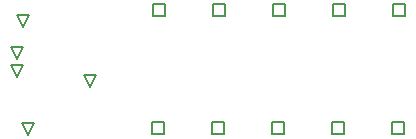
<source format=gbr>
G04*
G04 #@! TF.GenerationSoftware,Altium Limited,Altium Designer,23.0.1 (38)*
G04*
G04 Layer_Color=2752767*
%FSLAX25Y25*%
%MOIN*%
G70*
G04*
G04 #@! TF.SameCoordinates,522C3931-FE7E-4C40-AD20-8D3CB5E53036*
G04*
G04*
G04 #@! TF.FilePolarity,Positive*
G04*
G01*
G75*
%ADD13C,0.00500*%
D13*
X417800Y148600D02*
Y152600D01*
X421800D01*
Y148600D01*
X417800D01*
X397800D02*
Y152600D01*
X401800D01*
Y148600D01*
X397800D01*
X377800D02*
Y152600D01*
X381800D01*
Y148600D01*
X377800D01*
X437800D02*
Y152600D01*
X441800D01*
Y148600D01*
X437800D01*
X457800D02*
Y152600D01*
X461800D01*
Y148600D01*
X457800D01*
X378000Y188000D02*
Y192000D01*
X382000D01*
Y188000D01*
X378000D01*
X398000D02*
Y192000D01*
X402000D01*
Y188000D01*
X398000D01*
X458000D02*
Y192000D01*
X462000D01*
Y188000D01*
X458000D01*
X438000D02*
Y192000D01*
X442000D01*
Y188000D01*
X438000D01*
X418000D02*
Y192000D01*
X422000D01*
Y188000D01*
X418000D01*
X356844Y164257D02*
X354844Y168257D01*
X358844D01*
X356844Y164257D01*
X332630Y167801D02*
X330630Y171801D01*
X334630D01*
X332630Y167801D01*
X332531Y173800D02*
X330531Y177800D01*
X334531D01*
X332531Y173800D01*
X334800Y184400D02*
X332800Y188400D01*
X336800D01*
X334800Y184400D01*
X336200Y148400D02*
X334200Y152400D01*
X338200D01*
X336200Y148400D01*
M02*

</source>
